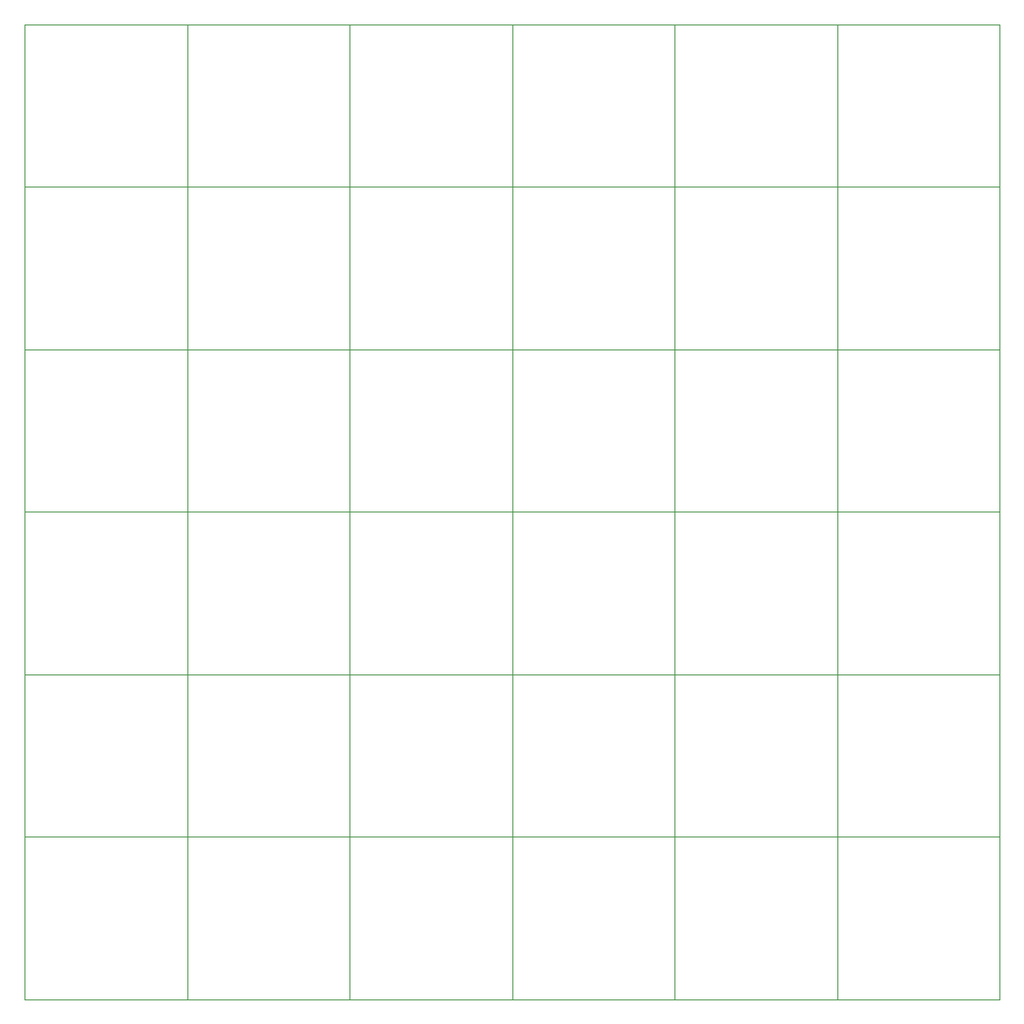
<source format=gbr>
%TF.GenerationSoftware,KiCad,Pcbnew,6.0.11-2627ca5db0~126~ubuntu20.04.1*%
%TF.CreationDate,2023-04-18T12:28:58-05:00*%
%TF.ProjectId,,58585858-5858-4585-9858-585858585858,rev?*%
%TF.SameCoordinates,Original*%
%TF.FileFunction,Profile,NP*%
%FSLAX46Y46*%
G04 Gerber Fmt 4.6, Leading zero omitted, Abs format (unit mm)*
G04 Created by KiCad (PCBNEW 6.0.11-2627ca5db0~126~ubuntu20.04.1) date 2023-04-18 12:28:58*
%MOMM*%
%LPD*%
G01*
G04 APERTURE LIST*
%TA.AperFunction,Profile*%
%ADD10C,0.100000*%
%TD*%
G04 APERTURE END LIST*
D10*
X178020000Y-126760000D02*
X178020000Y-142460000D01*
X162320000Y-126760000D02*
X162320000Y-142460000D01*
X162320000Y-142460000D02*
X178020000Y-142460000D01*
X162320000Y-126760000D02*
X178020000Y-126760000D01*
X162320000Y-126760000D02*
X162320000Y-142460000D01*
X146620000Y-126760000D02*
X146620000Y-142460000D01*
X146620000Y-142460000D02*
X162320000Y-142460000D01*
X146620000Y-126760000D02*
X162320000Y-126760000D01*
X146620000Y-126760000D02*
X146620000Y-142460000D01*
X130920000Y-126760000D02*
X130920000Y-142460000D01*
X130920000Y-142460000D02*
X146620000Y-142460000D01*
X130920000Y-126760000D02*
X146620000Y-126760000D01*
X130920000Y-126760000D02*
X130920000Y-142460000D01*
X115220000Y-126760000D02*
X115220000Y-142460000D01*
X115220000Y-142460000D02*
X130920000Y-142460000D01*
X115220000Y-126760000D02*
X130920000Y-126760000D01*
X115220000Y-126760000D02*
X115220000Y-142460000D01*
X99520000Y-126760000D02*
X99520000Y-142460000D01*
X99520000Y-142460000D02*
X115220000Y-142460000D01*
X99520000Y-126760000D02*
X115220000Y-126760000D01*
X99520000Y-126760000D02*
X99520000Y-142460000D01*
X83820000Y-126760000D02*
X83820000Y-142460000D01*
X83820000Y-142460000D02*
X99520000Y-142460000D01*
X83820000Y-126760000D02*
X99520000Y-126760000D01*
X178020000Y-111060000D02*
X178020000Y-126760000D01*
X162320000Y-111060000D02*
X162320000Y-126760000D01*
X162320000Y-126760000D02*
X178020000Y-126760000D01*
X162320000Y-111060000D02*
X178020000Y-111060000D01*
X162320000Y-111060000D02*
X162320000Y-126760000D01*
X146620000Y-111060000D02*
X146620000Y-126760000D01*
X146620000Y-126760000D02*
X162320000Y-126760000D01*
X146620000Y-111060000D02*
X162320000Y-111060000D01*
X146620000Y-111060000D02*
X146620000Y-126760000D01*
X130920000Y-111060000D02*
X130920000Y-126760000D01*
X130920000Y-126760000D02*
X146620000Y-126760000D01*
X130920000Y-111060000D02*
X146620000Y-111060000D01*
X130920000Y-111060000D02*
X130920000Y-126760000D01*
X115220000Y-111060000D02*
X115220000Y-126760000D01*
X115220000Y-126760000D02*
X130920000Y-126760000D01*
X115220000Y-111060000D02*
X130920000Y-111060000D01*
X115220000Y-111060000D02*
X115220000Y-126760000D01*
X99520000Y-111060000D02*
X99520000Y-126760000D01*
X99520000Y-126760000D02*
X115220000Y-126760000D01*
X99520000Y-111060000D02*
X115220000Y-111060000D01*
X99520000Y-111060000D02*
X99520000Y-126760000D01*
X83820000Y-111060000D02*
X83820000Y-126760000D01*
X83820000Y-126760000D02*
X99520000Y-126760000D01*
X83820000Y-111060000D02*
X99520000Y-111060000D01*
X178020000Y-95360000D02*
X178020000Y-111060000D01*
X162320000Y-95360000D02*
X162320000Y-111060000D01*
X162320000Y-111060000D02*
X178020000Y-111060000D01*
X162320000Y-95360000D02*
X178020000Y-95360000D01*
X162320000Y-95360000D02*
X162320000Y-111060000D01*
X146620000Y-95360000D02*
X146620000Y-111060000D01*
X146620000Y-111060000D02*
X162320000Y-111060000D01*
X146620000Y-95360000D02*
X162320000Y-95360000D01*
X146620000Y-95360000D02*
X146620000Y-111060000D01*
X130920000Y-95360000D02*
X130920000Y-111060000D01*
X130920000Y-111060000D02*
X146620000Y-111060000D01*
X130920000Y-95360000D02*
X146620000Y-95360000D01*
X130920000Y-95360000D02*
X130920000Y-111060000D01*
X115220000Y-95360000D02*
X115220000Y-111060000D01*
X115220000Y-111060000D02*
X130920000Y-111060000D01*
X115220000Y-95360000D02*
X130920000Y-95360000D01*
X115220000Y-95360000D02*
X115220000Y-111060000D01*
X99520000Y-95360000D02*
X99520000Y-111060000D01*
X99520000Y-111060000D02*
X115220000Y-111060000D01*
X99520000Y-95360000D02*
X115220000Y-95360000D01*
X99520000Y-95360000D02*
X99520000Y-111060000D01*
X83820000Y-95360000D02*
X83820000Y-111060000D01*
X83820000Y-111060000D02*
X99520000Y-111060000D01*
X83820000Y-95360000D02*
X99520000Y-95360000D01*
X178020000Y-79660000D02*
X178020000Y-95360000D01*
X162320000Y-79660000D02*
X162320000Y-95360000D01*
X162320000Y-95360000D02*
X178020000Y-95360000D01*
X162320000Y-79660000D02*
X178020000Y-79660000D01*
X162320000Y-79660000D02*
X162320000Y-95360000D01*
X146620000Y-79660000D02*
X146620000Y-95360000D01*
X146620000Y-95360000D02*
X162320000Y-95360000D01*
X146620000Y-79660000D02*
X162320000Y-79660000D01*
X146620000Y-79660000D02*
X146620000Y-95360000D01*
X130920000Y-79660000D02*
X130920000Y-95360000D01*
X130920000Y-95360000D02*
X146620000Y-95360000D01*
X130920000Y-79660000D02*
X146620000Y-79660000D01*
X130920000Y-79660000D02*
X130920000Y-95360000D01*
X115220000Y-79660000D02*
X115220000Y-95360000D01*
X115220000Y-95360000D02*
X130920000Y-95360000D01*
X115220000Y-79660000D02*
X130920000Y-79660000D01*
X115220000Y-79660000D02*
X115220000Y-95360000D01*
X99520000Y-79660000D02*
X99520000Y-95360000D01*
X99520000Y-95360000D02*
X115220000Y-95360000D01*
X99520000Y-79660000D02*
X115220000Y-79660000D01*
X99520000Y-79660000D02*
X99520000Y-95360000D01*
X83820000Y-79660000D02*
X83820000Y-95360000D01*
X83820000Y-95360000D02*
X99520000Y-95360000D01*
X83820000Y-79660000D02*
X99520000Y-79660000D01*
X178020000Y-63960000D02*
X178020000Y-79660000D01*
X162320000Y-63960000D02*
X162320000Y-79660000D01*
X162320000Y-79660000D02*
X178020000Y-79660000D01*
X162320000Y-63960000D02*
X178020000Y-63960000D01*
X162320000Y-63960000D02*
X162320000Y-79660000D01*
X146620000Y-63960000D02*
X146620000Y-79660000D01*
X146620000Y-79660000D02*
X162320000Y-79660000D01*
X146620000Y-63960000D02*
X162320000Y-63960000D01*
X146620000Y-63960000D02*
X146620000Y-79660000D01*
X130920000Y-63960000D02*
X130920000Y-79660000D01*
X130920000Y-79660000D02*
X146620000Y-79660000D01*
X130920000Y-63960000D02*
X146620000Y-63960000D01*
X130920000Y-63960000D02*
X130920000Y-79660000D01*
X115220000Y-63960000D02*
X115220000Y-79660000D01*
X115220000Y-79660000D02*
X130920000Y-79660000D01*
X115220000Y-63960000D02*
X130920000Y-63960000D01*
X115220000Y-63960000D02*
X115220000Y-79660000D01*
X99520000Y-63960000D02*
X99520000Y-79660000D01*
X99520000Y-79660000D02*
X115220000Y-79660000D01*
X99520000Y-63960000D02*
X115220000Y-63960000D01*
X99520000Y-63960000D02*
X99520000Y-79660000D01*
X83820000Y-63960000D02*
X83820000Y-79660000D01*
X83820000Y-79660000D02*
X99520000Y-79660000D01*
X83820000Y-63960000D02*
X99520000Y-63960000D01*
X178020000Y-48260000D02*
X178020000Y-63960000D01*
X162320000Y-48260000D02*
X162320000Y-63960000D01*
X162320000Y-63960000D02*
X178020000Y-63960000D01*
X162320000Y-48260000D02*
X178020000Y-48260000D01*
X162320000Y-48260000D02*
X162320000Y-63960000D01*
X146620000Y-48260000D02*
X146620000Y-63960000D01*
X146620000Y-63960000D02*
X162320000Y-63960000D01*
X146620000Y-48260000D02*
X162320000Y-48260000D01*
X146620000Y-48260000D02*
X146620000Y-63960000D01*
X130920000Y-48260000D02*
X130920000Y-63960000D01*
X130920000Y-63960000D02*
X146620000Y-63960000D01*
X130920000Y-48260000D02*
X146620000Y-48260000D01*
X130920000Y-48260000D02*
X130920000Y-63960000D01*
X115220000Y-48260000D02*
X115220000Y-63960000D01*
X115220000Y-63960000D02*
X130920000Y-63960000D01*
X115220000Y-48260000D02*
X130920000Y-48260000D01*
X115220000Y-48260000D02*
X115220000Y-63960000D01*
X99520000Y-48260000D02*
X99520000Y-63960000D01*
X99520000Y-63960000D02*
X115220000Y-63960000D01*
X99520000Y-48260000D02*
X115220000Y-48260000D01*
X99520000Y-48260000D02*
X99520000Y-63960000D01*
X83820000Y-48260000D02*
X83820000Y-63960000D01*
X83820000Y-48260000D02*
X99520000Y-48260000D01*
X83820000Y-63960000D02*
X99520000Y-63960000D01*
M02*

</source>
